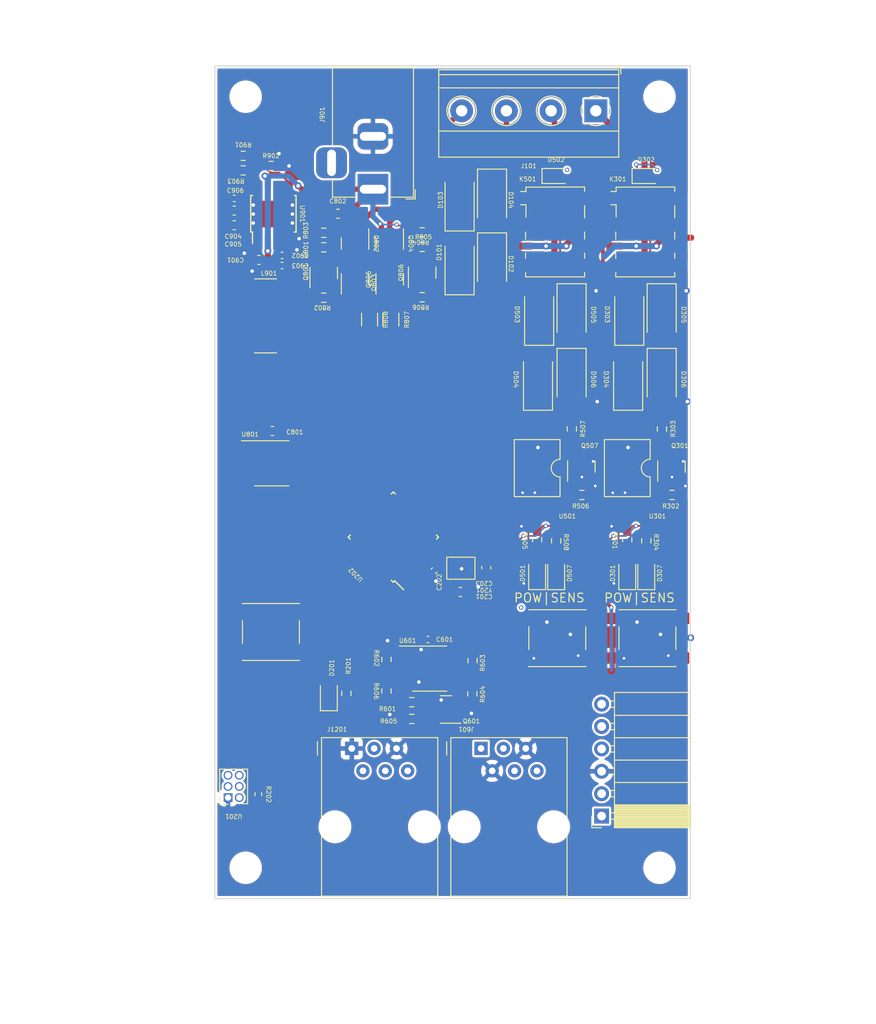
<source format=kicad_pcb>
(kicad_pcb (version 20221018) (generator pcbnew)
  (layers (0 "F.Cu" signal) (31 "B.Cu" signal) (34 "B.Paste" user) (35 "F.Paste" user) (36 "B.SilkS" user "B.Silkscreen") (37 "F.SilkS" user "F.Silkscreen") (38 "B.Mask" user) (39 "F.Mask" user) (44 "Edge.Cuts" user))
  (net 0 "")
  (net 1 "GND")
  (net 2 "/CPU/X1")
  (net 3 "+5V")
  (net 4 "/CPU/X2")
  (net 5 "Net-(D201-A)")
  (net 6 "/CPU/LED")
  (net 7 "Net-(D301-A)")
  (net 8 "Net-(D302-A)")
  (net 9 "Net-(D303-K)")
  (net 10 "/relay1/TRACK")
  (net 11 "Net-(D304-K)")
  (net 12 "Net-(D305-A)")
  (net 13 "/CPU/relay1.sensor")
  (net 14 "Net-(D307-A)")
  (net 15 "Net-(D501-A)")
  (net 16 "Net-(D502-A)")
  (net 17 "Net-(D503-K)")
  (net 18 "/relay2/TRACK")
  (net 19 "Net-(D504-K)")
  (net 20 "Net-(D505-A)")
  (net 21 "/CPU/relay2.sensor")
  (net 22 "Net-(D507-A)")
  (net 23 "VCC")
  (net 24 "Net-(U901-BS)")
  (net 25 "Net-(U901-SW)")
  (net 26 "/PWM/OUT_B")
  (net 27 "Net-(D101-A)")
  (net 29 "Net-(D102-K)")
  (net 30 "Net-(D103-A)")
  (net 31 "/PWM/OUT_A")
  (net 32 "Net-(Q601-C)")
  (net 33 "Net-(Q507-B)")
  (net 34 "Net-(Q801-B)")
  (net 35 "Net-(Q801-C)")
  (net 36 "Net-(Q804-G)")
  (net 37 "Net-(Q806-B)")
  (net 38 "Net-(R507-Pad2)")
  (net 39 "Net-(U601-+)")
  (net 40 "Net-(U601--)")
  (net 49 "Net-(U901-FB)")
  (net 50 "/CPU/Lnet.Rx")
  (net 51 "/CPU/Lnet.Tx")
  (net 52 "Net-(Q301-B)")
  (net 53 "Net-(Q601-B)")
  (net 54 "/CPU/reset")
  (net 55 "/CPU/relay1.relay")
  (net 56 "Net-(R303-Pad2)")
  (net 57 "/CPU/relay2.relay")
  (net 58 "/CPU/SDA")
  (net 59 "/CPU/SCL")
  (net 60 "/CPU/relay1.add")
  (net 61 "/CPU/relay2.add")
  (net 64 "/CPU/MISO")
  (net 69 "/B2B/Tx")
  (net 70 "/B2B/Rx")
  (net 71 "/CPU/throttle")
  (net 72 "/CPU/brake")
  (net 73 "/CPU/dir")
  (net 74 "/CPU/CS")
  (net 75 "/CPU/A")
  (net 76 "/CPU/B")
  (footprint "Diode_SMD:D_SMA" (layer "F.Cu") (at 232.25 53.237 -90)
    (fp_text reference "D305")
    (fp_text value "SS53")
  )
  (footprint "custom_kicad_lib_sk:tactile_SMD_6mm" (layer "F.Cu") (at 187.871 89.245)
    (fp_text reference "SW201" hide)
    (fp_text value "SW_Push")
  )
  (footprint "custom_kicad_lib_sk:RJ12" (layer "F.Cu") (at 211.73 102.46)
    (fp_text reference "J601")
    (fp_text value "RJ12")
  )
  (footprint "Diode_SMD:D_SMA" (layer "F.Cu") (at 222.014001 53.237 -90)
    (fp_text reference "D505")
    (fp_text value "SS53")
  )
  (footprint "Package_TO_SOT_SMD:SOT-23" (layer "F.Cu") (at 201.361 49.2275 90)
    (fp_text reference "Q805")
    (fp_text value "N-channel")
  )
  (footprint "Diode_SMD:D_SMA" (layer "F.Cu") (at 228.567 53.205 90)
    (fp_text reference "D303")
    (fp_text value "SS53")
  )
  (footprint "TerminalBlock_Phoenix:TerminalBlock_Phoenix_MKDS-1,5-4-5.08_1x04_P5.08mm_Horizontal" (layer "F.Cu") (at 224.7715 30.1 180)
    (fp_text reference "J101")
    (fp_text value "Screw_Terminal_01x04")
  )
  (footprint "Capacitor_SMD:C_0402_1005Metric" (layer "F.Cu") (at 206.394486 82.286106 -135)
    (fp_text reference "C202")
    (fp_text value "100nF")
  )
  (footprint "custom_kicad_lib_sk:R_0603_smalltext" (layer "F.Cu") (at 200.988 95.938 -90)
    (fp_text reference "R606")
    (fp_text value "220k")
  )
  (footprint "custom_kicad_lib_sk:R_0603_smalltext" (layer "F.Cu") (at 200.988 92.3585 90)
    (fp_text reference "R602")
    (fp_text value "150k")
  )
  (footprint "Capacitor_SMD:C_0603_1608Metric" (layer "F.Cu") (at 183.706 41.419183)
    (fp_text reference "C904")
    (fp_text value "22uF")
  )
  (footprint "custom_kicad_lib_sk:R_0603_smalltext" (layer "F.Cu") (at 205.044 51.2595 180)
    (fp_text reference "R806")
    (fp_text value "1k")
  )
  (footprint "Capacitor_SMD:C_0603_1608Metric_Pad1.08x0.95mm_HandSolder" (layer "F.Cu") (at 195.4795 41.783)
    (fp_text reference "C802")
    (fp_text value "100nF")
  )
  (footprint "Package_QFP:TQFP-32_7x7mm_P0.8mm" (layer "F.Cu") (at 201.770897 78.476695 135)
    (fp_text reference "U202")
    (fp_text value "ATmega328-A")
  )
  (footprint "custom_kicad_lib_sk:tactile_SMD_6mm" (layer "F.Cu") (at 230.630183 89.944)
    (fp_text reference "SW301" hide)
    (fp_text value "SW_Push")
  )
  (footprint "Resistor_SMD:R_0603_1608Metric" (layer "F.Cu") (at 184.722 36.862183 180)
    (fp_text reference "R903")
    (fp_text value "150k")
  )
  (footprint "Diode_SMD:D_SMA" (layer "F.Cu") (at 209.296 47.466 90)
    (fp_text reference "D101")
    (fp_text value "SS53")
  )
  (footprint "custom_kicad_lib_sk:R_0603_smalltext" (layer "F.Cu") (at 210.767 92.4855 -90)
    (fp_text reference "R603")
    (fp_text value "10k")
  )
  (footprint "Package_DIP:SMDIP-4_W9.53mm" (layer "F.Cu") (at 218.105001 70.647 -90)
    (fp_text reference "U501")
    (fp_text value "EL814")
  )
  (footprint "Package_TO_SOT_SMD:SOT-23" (layer "F.Cu") (at 197.424 45.1635 -90)
    (fp_text reference "Q802")
    (fp_text value "P-channel")
  )
  (footprint "Resistor_SMD:R_1206_3216Metric" (layer "F.Cu") (at 199.075 53.7995 -90)
    (fp_text reference "R808")
    (fp_text value "0R1")
  )
  (footprint "Diode_SMD:D_SMA" (layer "F.Cu") (at 222.014001 60.571 -90)
    (fp_text reference "D506")
    (fp_text value "SS53")
  )
  (footprint "Resistor_SMD:R_1206_3216Metric" (layer "F.Cu") (at 201.488 53.7995 -90)
    (fp_text reference "R807")
    (fp_text value "0R1")
  )
  (footprint "Diode_SMD:D_SMA" (layer "F.Cu") (at 218.204001 60.571 90)
    (fp_text reference "D504")
    (fp_text value "SS53")
  )
  (footprint "custom_kicad_lib_sk:R_0603_smalltext" (layer "F.Cu") (at 232.278 66.202 -90)
    (fp_text reference "R303")
    (fp_text value "47R")
  )
  (footprint "Package_TO_SOT_SMD:SOT-23" (layer "F.Cu") (at 205.044 48.4655 90)
    (fp_text reference "Q806")
    (fp_text value "NPN_TOR")
  )
  (footprint "LED_SMD:LED_0805_2012Metric_Pad1.15x1.40mm_HandSolder" (layer "F.Cu") (at 230.5 82.585 90)
    (fp_text reference "D307")
    (fp_text value "LED")
  )
  (footprint "Diode_SMD:D_SMA" (layer "F.Cu") (at 212.979 40.227 -90)
    (fp_text reference "D104")
    (fp_text value "SS53")
  )
  (footprint "custom_kicad_lib_sk:R_0603_smalltext" (layer "F.Cu") (at 193.868 45.593)
    (fp_text reference "R801")
    (fp_text value "15k")
  )
  (footprint "Capacitor_SMD:C_0603_1608Metric" (layer "F.Cu") (at 188.045 66.438)
    (fp_text reference "C801")
    (fp_text value "100nF")
  )
  (footprint "Package_TO_SOT_SMD:SOT-23" (layer "F.Cu") (at 201.361 45.1635 -90)
    (fp_text reference "Q804")
    (fp_text value "P-channel")
  )
  (footprint "Connector_BarrelJack:BarrelJack_Horizontal" (layer "F.Cu") (at 199.4575 39 -90)
    (fp_text reference "J901")
    (fp_text value "Jack-DC")
  )
  (footprint "Capacitor_SMD:C_0603_1608Metric" (layer "F.Cu") (at 212.321897 81.946695 90)
    (fp_text reference "C203")
    (fp_text value "12pF")
  )
  (footprint "custom_kicad_lib_sk:R_0603_smalltext" (layer "F.Cu") (at 203.867 97.208 180)
    (fp_text reference "R601")
    (fp_text value "47k")
  )
  (footprint "Diode_SMD:D_SMA" (layer "F.Cu") (at 232.25 60.571 -90)
    (fp_text reference "D306")
    (fp_text value "SS53")
  )
  (footprint "custom_kicad_lib_sk:R_0603_smalltext" (layer "F.Cu") (at 228.341 78.766 -90)
    (fp_text reference "R301")
    (fp_text value "3k3")
  )
  (footprint "Package_SO:SOP-8_3.9x4.9mm_P1.27mm" (layer "F.Cu") (at 205.899 93.398)
    (fp_text reference "U601")
    (fp_text value "LM311")
  )
  (footprint "LED_SMD:LED_0805_2012Metric_Pad1.15x1.40mm_HandSolder" (layer "F.Cu") (at 220.264 82.585 90)
    (fp_text reference "D507")
    (fp_text value "LED")
  )
  (footprint "Diode_SMD:D_SMA" (layer "F.Cu") (at 212.979 47.466 -90)
    (fp_text reference "D102")
    (fp_text value "SS53")
  )
  (footprint "custom_kicad_lib_sk:R_0603_smalltext" (layer "F.Cu") (at 218.105001 78.766 -90)
    (fp_text reference "R505")
    (fp_text value "3k3")
  )
  (footprint "Package_SO:SOIC-8_3.9x4.9mm_P1.27mm" (layer "F.Cu") (at 187.96 70.104)
    (fp_text reference "U801")
    (fp_text value "24LC256")
  )
  (footprint "Relay_SMD:Relay_DPDT_Omron_G6K-2F-Y" (layer "F.Cu") (at 230.373 43.85)
    (fp_text reference "K301")
    (fp_text value "G6K-2F-Y-TR DC12")
  )
  (footprint "MountingHole:MountingHole_3.2mm_M3" (layer "F.Cu") (at 185 28.5)
    (fp_text reference "REF**" hide)
    (fp_text value "MountingHole_3.2mm_M3")
  )
  (footprint "Package_TO_SOT_SMD:SOT-23" (layer "F.Cu") (at 193.868 48.514 90)
    (fp_text reference "Q801")
    (fp_text value "NPN_TOR")
  )
  (footprint "Resistor_SMD:R_0402_1005Metric_Pad0.72x0.64mm_HandSolder" (layer "F.Cu") (at 186.439 107.654 -90)
    (fp_text reference "R202")
    (fp_text value "10k")
  )
  (footprint "MountingHole:MountingHole_3.2mm_M3" (layer "F.Cu") (at 185 116)
    (fp_text reference "REF**" hide)
    (fp_text value "MountingHole_3.2mm_M3")
  )
  (footprint "Capacitor_SMD:C_0402_1005Metric" (layer "F.Cu") (at 189.139 46.514183)
    (fp_text reference "C902")
    (fp_text value "100nF")
  )
  (footprint "Capacitor_SMD:C_0402_1005Metric" (layer "F.Cu") (at 189.139 47.657183)
    (fp_text reference "C903")
    (fp_text value "22nF")
  )
  (footprint "Diode_SMD:D_SMA" (layer "F.Cu") (at 218.331001 53.205 90)
    (fp_text reference "D503")
    (fp_text value "SS53")
  )
  (footprint "Package_TO_SOT_SMD:SOT-23" (layer "F.Cu") (at 223.124001 70.471501 90)
    (fp_text reference "Q507")
    (fp_text value "NPN_TOR")
  )
  (footprint "Capacitor_SMD:C_0402_1005Metric" (layer "F.Cu") (at 183.708 40.037183)
    (fp_text reference "C906")
    (fp_text value "100nF")
  )
  (footprint "Package_DIP:SMDIP-4_W9.53mm" (layer "F.Cu") (at 228.341 70.647 -90)
    (fp_text reference "U301")
    (fp_text value "EL814")
  )
  (footprint "Resistor_SMD:R_0603_1608Metric_Pad0.98x0.95mm_HandSolder" (layer "F.Cu") (at 196.438 96.207908 90)
    (fp_text reference "R201")
    (fp_text value "6k2")
  )
  (footprint "Relay_SMD:Relay_DPDT_Omron_G6K-2F-Y" (layer "F.Cu") (at 220.137001 43.85)
    (fp_text reference "K501")
    (fp_text value "G6K-2F-Y-TR DC12")
  )
  (footprint "Inductor_SMD:L_Bourns-SRN8040_8x8.15mm" (layer "F.Cu") (at 187.262 53.372183 180)
    (fp_text reference "L901")
    (fp_text value "L")
  )
  (footprint "custom_kicad_lib_sk:R_0603_smalltext" (layer "F.Cu") (at 233.421 73.695 180)
    (fp_text reference "R302")
    (fp_text value "1k")
  )
  (footprint "LED_SMD:LED_0805_2012Metric_Pad1.15x1.40mm_HandSolder" (layer "F.Cu") (at 194.447 96.318408 90)
    (fp_text reference "D201")
    (fp_text value "LED")
  )
  (footprint "custom_kicad_lib_sk:crystal_arduino" (layer "F.Cu") (at 209.493897 81.787695)
    (fp_text reference "Y201")
    (fp_text value "Crystal_GND2")
  )
  (footprint "custom_kicad_lib_sk:R_0603_smalltext" (layer "F.Cu") (at 230.5 78.902 -90)
    (fp_text reference "R304")
    (fp_text value "3k3")
  )
  (footprint "custom_kicad_lib_sk:R_0603_smalltext" (layer "F.Cu") (at 203.867 99.113 180)
    (fp_text reference "R605")
    (fp_text value "1k")
  )
  (footprint "custom_kicad_lib_sk:R_0603_smalltext" (layer "F.Cu") (at 210.739 96.2655 90)
    (fp_text reference "R604")
    (fp_text value "22k")
  )
  (footprint "Diode_SMD:D_SOD-323" (layer "F.Cu") (at 220.264001 37.5)
    (fp_text reference "D502")
    (fp_text value "1N4148WS")
  )
  (footprint "Connector_PinSocket_1.27mm:PinSocket_2x03_P1.27mm_Vertical" (layer "F.Cu") (at 183 108.04 180)
    (fp_text reference "U201")
    (fp_text value "HEADER_3x2")
  )
  (footprint "LED_SMD:LED_0805_2012Metric_Pad1.15x1.40mm_HandSolder" (layer "F.Cu") (at 218.105001 82.576 90)
    (fp_text reference "D501")
    (fp_text value "LED")
  )
  (footprint "custom_kicad_lib_sk:R_0603_smalltext" (layer "F.Cu") (at 220.264 78.902 -90)
    (fp_text reference "R508")
    (fp_text value "3k3")
  )
  (footprint "custom_kicad_lib_sk:R_0603_smalltext" (layer "F.Cu") (at 193.868 51.308 180)
    (fp_text reference "R802")
    (fp_text value "1k")
  )
  (footprint "custom_kicad_lib_sk:R_0603_smalltext" (layer "F.Cu") (at 205.044 45.5445)
    (fp_text reference "R805")
    (fp_text value "15k")
  )
  (footprint "Diode_SMD:D_SMA" (layer "F.Cu") (at 209.296 40.227 90)
    (fp_text reference "D103")
    (fp_text value "SS53")
  )
  (footprint "custom_kicad_lib_sk:R_0603_smalltext" (layer "F.Cu") (at 193.868 43.942)
    (fp_text reference "R803")
    (fp_text value "10k")
  )
  (footprint "Resistor_SMD:R_0603_1608Metric" (layer "F.Cu") (at 187.897 36.354183)
    (fp_text reference "R902")
    (fp_text value "20k")
  )
  (footprint "Connector_PinSocket_2.54mm:PinSocket_1x06_P2.54mm_Horizontal" (layer "F.Cu") (at 225.428 110.131 180)
    (fp_text reference "J403" hide)
    (fp_text value "Conn_01x06_Socket")
  )
  (footprint "Resistor_SMD:R_0603_1608Metric" (layer "F.Cu") (at 184.722 35.211183)
    (fp_text reference "R901")
    (fp_text value "220k")
  )
  (footprint "Capacitor_SMD:C_0603_1608Metric" (layer "F.Cu") (at 186.5 47.022183 180)
    (fp_text reference "C901")
    (fp_text value "22uF")
  )
  (footprint "Package_TO_SOT_SMD:SOT-23" (layer "F.Cu") (at 197.424 49.2275 90)
    (fp_text reference "Q803")
    (fp_text value "N-channel")
  )
  (footprint "custom_kicad_lib_sk:R_0603_smalltext" (layer "F.Cu") (at 223.185001 73.695 180)
    (fp_text reference "R506")
    (fp_text value "1k")
  )
  (footprint "custom_kicad_lib_sk:tactile_SMD_6mm" (layer "F.Cu") (at 220.394183 89.944)
    (fp_text reference "SW501" hide)
    (fp_text value "SW_Push")
  )
  (footprint "Package_TO_SOT_SMD:SOT-23" (layer "F.Cu") (at 207.7555 98.036 180)
    (fp_text reference "Q601")
    (fp_text value "NPN_TOR")
  )
  (footprint "MountingHole:MountingHole_3.2mm_M3" (layer "F.Cu") (at 232 28.5)
    (fp_text reference "REF**" hide)
    (fp_text value "MountingHole_3.2mm_M3")
  )
  (footprint "Capacitor_SMD:C_0603_1608Metric" (layer "F.Cu") (at 183.706 43.085183)
    (fp_text reference "C905")
    (fp_text value "22uF")
  )
  (footprint "LED_SMD:LED_0805_2012Metric_Pad1.15x1.40mm_HandSolder" (layer "F.Cu") (at 228.341 82.576 90)
    (fp_text reference "D301")
    (fp_text value "LED")
  )
  (footprint "custom_kicad_lib_sk:R_0603_smalltext" (layer "F.Cu") (at 222.042001 66.202 -90)
    (fp_text reference "R507")
    (fp_text value "47R")
  )
  (footprint "Diode_SMD:D_SMA" (layer "F.Cu") (at 228.44 60.571 90)
    (fp_text reference "D304")
    (fp_text value "SS53")
  )
  (footprint "Diode_SMD:D_SOD-323" (layer "F.Cu") (at 230.5 37.5)
    (fp_text reference "D302")
    (fp_text value "1N4148WS")
  )
  (footprint "custom_kicad_lib_sk:R_0603_smalltext" (layer "F.Cu") (at 205.044 43.8935 180)
    (fp_text reference "R804")
    (fp_text value "10k")
  )
  (footprint "Package_SO:TI_SO-PowerPAD-8" (layer "F.Cu") (at 188.151 41.782683 90)
    (fp_text reference "U901")
    (fp_text value "MT2499A")
  )
  (footprint "Package_TO_SOT_SMD:SOT-23" (layer "F.Cu") (at 233.36 70.4715 90)
    (fp_text reference "Q301")
    (fp_text value "NPN_TOR")
  )
  (footprint "Capacitor_SMD:C_0402_1005Metric" (layer "F.Cu") (at 205.687 90.096 180)
    (fp_text reference "C601")
    (fp_text value "100nF")
  )
  (footprint "custom_kicad_lib_sk:RJ12" (layer "F.Cu") (at 197.05 102.46)
    (fp_text reference "J1201")
    (fp_text value "RJ12")
  )
  (footprint "MountingHole:MountingHole_3.2mm_M3" (layer "F.Cu") (at 232 116)
    (fp_text reference "REF**" hide)
    (fp_text value "MountingHole_3.2mm_M3")
  )
  (footprint "Capacitor_SMD:C_0603_1608Metric" (layer "F.Cu") (at 209.400897 84.708695 180)
    (fp_text reference "C201")
    (fp_text value "12pF")
  )
  (gr_rect (start 181.5 25) (end 235.5 119.5) (stroke (width 0.1)) (fill none) (layer "Edge.Cuts"))
  (gr_text "POW|SENS" (at 225.639183 85.961) (layer "F.SilkS") (effects (font (size 1 1) (thickness 0.125)) (justify left bottom)))
  (gr_text "POW|SENS" (at 215.403184 85.961) (layer "F.SilkS") (effects (font (size 1 1) (thickness 0.125)) (justify left bottom)))
  (segment (start 185.725 47.022183) (end 184.278 45.575183) (width 0.7) (layer "F.Cu") (net 1))
  (segment (start 184.877 41.815183) (end 184.481 41.419183) (width 1) (layer "F.Cu") (net 1))
  (segment (start 209.659897 82.073695) (end 210.543897 82.957695) (width 0.25) (layer "F.Cu") (net 1))
  (segment (start 185.865 42.831183) (end 184.735 42.831183) (width 1) (layer "F.Cu") (net 1))
  (segment (start 185.865 41.815183) (end 190.31 41.815183) (width 1) (layer "F.Cu") (net 1))
  (segment (start 185.738 47.035183) (end 185.725 47.022183) (width 0.7) (layer "F.Cu") (net 1))
  (segment (start 212.321897 82.721695) (end 210.779897 82.721695) (width 0.25) (layer "F.Cu") (net 1))
  (segment (start 210.175897 83.325695) (end 210.543897 82.957695) (width 0.25) (layer "F.Cu") (net 1))
  (segment (start 208.343897 81.057695) (end 208.643897 81.057695) (width 0.25) (layer "F.Cu") (net 1))
  (segment (start 184.278 45.575183) (end 184.278 42.196183) (width 0.7) (layer "F.Cu") (net 1))
  (segment (start 190.31 42.831183) (end 185.865 42.831183) (width 1) (layer "F.Cu") (net 1))
  (segment (start 185.04 40.799183) (end 185.865 40.799183) (width 1) (layer "F.Cu") (net 1))
  (segment (start 185.865 41.815183) (end 184.877 41.815183) (width 1) (layer "F.Cu") (net 1))
  (segment (start 210.779897 82.721695) (end 210.543897 82.957695) (width 0.25) (layer "F.Cu") (net 1))
  (segment (start 208.643897 81.057695) (end 209.527897 81.941695) (width 0.25) (layer "F.Cu") (net 1))
  (segment (start 210.175897 84.708695) (end 210.175897 83.325695) (width 0.25) (layer "F.Cu") (net 1))
  (segment (start 188.722 36.354183) (end 188.722 35.021183) (width 0.7) (layer "F.Cu") (net 1))
  (segment (start 184.278 42.882183) (end 184.278 42.196183) (width 1) (layer "F.Cu") (net 1))
  (segment (start 185.738 48.292183) (end 185.738 47.035183) (width 0.7) (layer "F.Cu") (net 1))
  (segment (start 209.527897 82.073695) (end 209.659897 82.073695) (width 0.25) (layer "F.Cu") (net 1))
  (segment (start 189.904 36.329183) (end 188.722 36.329183) (width 1) (layer "F.Cu") (net 1))
  (segment (start 184.278 40.037183) (end 185.04 40.799183) (width 1) (layer "F.Cu") (net 1))
  (segment (start 184.481 43.085183) (end 184.278 42.882183) (width 1) (layer "F.Cu") (net 1))
  (segment (start 184.735 42.831183) (end 184.481 43.085183) (width 1) (layer "F.Cu") (net 1))
  (segment (start 189.929 36.354183) (end 189.904 36.329183) (width 1) (layer "F.Cu") (net 1))
  (segment (start 184.278 42.196183) (end 184.278 40.037183) (width 1) (layer "F.Cu") (net 1))
  (segment (start 190.31 40.799183) (end 185.865 40.799183) (width 1) (layer "F.Cu") (net 1))
  (segment (start 188.722 35.021183) (end 188.786 34.957183) (width 0.7) (layer "F.Cu") (net 1))
  (segment (start 209.527897 81.941695) (end 209.527897 82.073695) (width 0.25) (layer "F.Cu") (net 1))
  (segment (start 190.056 43.085183) (end 190.31 42.831183) (width 1) (layer "F.Cu") (net 1))
  (segment (start 190.056 44.562683) (end 190.056 43.085183) (width 1) (layer "F.Cu") (net 1))
  (via (at 217.727184 92.23) (size 0.5) (drill 0.3) (layers "F.Cu" "B.Cu") (net 1))
  (via (at 189.929 36.354183) (size 0.8) (drill 0.4) (layers "F.Cu" "B.Cu") (net 1))
  (via (at 219.213184 88.12) (size 0.8) (drill 0.4) (layers "F.Cu" "B.Cu") (net 1))
  (via (at 206.606897 83.470695) (size 0.8) (drill 0.4) (layers "F.Cu" "B.Cu") (net 1))
  (via (at 185.738 48.292183) (size 0.8) (drill 0.4) (layers "F.Cu" "B.Cu") (net 1))
  (via (at 216.454001 73.441) (size 0.5) (drill 0.3) (layers "F.Cu" "B.Cu") (net 1))
  (via (at 235.545183 89.898) (size 0.8) (drill 0.4) (layers "F.Cu" "B.Cu") (net 1))
  (via (at 188.786 34.957183) (size 0.8) (drill 0.4) (layers "F.Cu" "B.Cu") (net 1))
  (via (at 190.31 42.831183) (size 0.8) (drill 0.4) (layers "F.Cu" "B.Cu") (net 1))
  (via (at 218.197184 68.308) (size 0.8) (drill 0.4) (layers "F.Cu" "B.Cu") (net 1))
  (via (at 209.527897 82.073695) (size 0.8) (drill 0.4) (layers "F.Cu" "B.Cu") (net 1))
  (via (at 224.455001 69.885) (size 0.5) (drill 0.3) (layers "F.Cu" "B.Cu") (net 1))
  (via (at 232.116183 89.517) (size 0.8) (drill 0.4) (layers "F.Cu" "B.Cu") (net 1))
  (via (at 185.865 41.815183) (size 0.8) (drill 0.4) (layers "F.Cu" "B.Cu") (net 1))
  (via (at 226.817 83.728) (size 0.5) (drill 0.3) (layers "F.Cu" "B.Cu") (net 1))
  (via (at 235.037183 50.528) (size 0.8) (drill 0.4) (layers "F.Cu" "B.Cu") (net 1))
  (via (at 223.185001 71.663) (size 0.5) (drill 0.3) (layers "F.Cu" "B.Cu") (net 1))
  (via (at 221.880184 89.517) (size 0.8) (drill 0.4) (layers "F.Cu" "B.Cu") (net 1))
  (via (at 191.072 44.609183) (size 0.8) (drill 0.4) (layers "F.Cu" "B.Cu") (net 1))
  (via (at 217.851001 73.441) (size 0.5) (drill 0.3) (layers "F.Cu" "B.Cu") (net 1))
  (via (at 204.925 91.239) (size 0.8) (drill 0.4) (layers "F.Cu" "B.Cu") (net 1))
  (via (at 233.005183 91.93) (size 0.5) (drill 0.3) (layers "F.Cu" "B.Cu") (net 1))
  (via (at 211.432897 84.105695) (size 0.8) (drill 0.4) (layers "F.Cu" "B.Cu") (net 1))
  (via (at 229.449183 88.12) (size 0.8) (drill 0.4) (layers "F.Cu" "B.Cu") (net 1))
  (via (at 226.563 77.251) (size 0.5) (drill 0.3) (layers "F.Cu" "B.Cu") (net 1))
  (via (at 216.581001 83.728) (size 0.5) (drill 0.3) (layers "F.Cu" "B.Cu") (net 1))
  (via (at 233.421 71.663) (size 0.5) (drill 0.3) (layers "F.Cu" "B.Cu") (net 1))
  (via (at 204.671 94.922) (size 0.8) (drill 0.4) (layers "F.Cu" "B.Cu") (net 1))
  (via (at 234.691 69.885) (size 0.5) (drill 0.3) (layers "F.Cu" "B.Cu") (net 1))
  (via (at 190.31 41.815183) (size 0.8) (drill 0.4) (layers "F.Cu" "B.Cu") (net 1))
  (via (at 185.865 42.831183) (size 0.8) (drill 0.4) (layers "F.Cu" "B.Cu") (net 1))
  (via (at 210.64 98.478) (size 0.8) (drill 0.4) (layers "F.Cu" "B.Cu") (net 1))
  (via (at 228.433183 68.308) (size 0.8) (drill 0.4) (layers "F.Cu" "B.Cu") (net 1))
  (via (at 224.928184 63.101) (size 0.8) (drill 0.4) (layers "F.Cu" "B.Cu") (net 1))
  (via (at 222.769184 91.93) (size 0.5) (drill 0.3) (layers "F.Cu" "B.Cu") (net 1))
  (via (at 207.211 96.954) (size 0.8) (drill 0.4) (layers "F.Cu" "B.Cu") (net 1))
  (via (at 190.31 40.799183) (size 0.8) (drill 0.4) (layers "F.Cu" "B.Cu") (net 1))
  (via (at 201.369 98.605) (size 0.8) (drill 0.4) (layers "F.Cu" "B.Cu") (net 1))
  (via (at 216.327001 77.251) (size 0.5) (drill 0.3) (layers "F.Cu" "B.Cu") (net 1))
  (via (at 235.164183 63.101) (size 0.8) (drill 0.4) (layers "F.Cu" "B.Cu") (net 1))
  (via (at 184.849 46.260183) (size 0.8) (drill 0.4) (layers "F.Cu" "B.Cu") (net 1))
  (via (at 227.963183 92.23) (size 0.5) (drill 0.3) (layers "F.Cu" "B.Cu") (net 1))
  (via (at 190.818 45.879183) (size 0.8) (drill 0.4) (layers "F.Cu" "B.Cu") (net 1))
  (via (at 234.945 72.679) (size 0.5) (drill 0.3) (layers "F.Cu" "B.Cu") (net 1))
  (via (at 201.115 90.223) (size 0.8) (drill 0.4) (layers "F.Cu" "B.Cu") (net 1))
  (via (at 224.709001 72.679) (size 0.5) (drill 0.3) (layers "F.Cu" "B.Cu") (net 1))
  (via (at 228.087 73.441) (size 0.5) (drill 0.3) (layers "F.Cu" "B.Cu") (net 1))
  (via (at 185.865 40.799183) (size 0.8) (drill 0.4) (layers "F.Cu" "B.Cu") (net 1))
  (via (at 226.69 73.441) (size 0.5) (drill 0.3) (layers "F.Cu" "B.Cu") (net 1))
  (via (at 224.801184 50.528) (size 0.8) (drill 0.4) (layers "F.Cu" "B.Cu") (net 1))
  (segment (start 206.190314 80.067685) (end 206.905294 80.782665) (width 0.25) (layer "F.Cu") (net 2))
  (segment (start 206.905294 81.262492) (end 208.343897 82.701095) (width 0.25) (layer "F.Cu") (net 2))
  (segment (start 206.905294 80.782665) (end 206.905294 81.262492) (width 0.25) (layer "F.Cu") (net 2))
  (segment (start 208.343897 82.701095) (end 208.343897 82.957695) (width 0.25) (layer "F.Cu") (net 2))
  (segment (start 208.625897 84.708695) (end 208.625897 83.239695) (width 0.25) (layer "F.Cu") (net 2))
  (segment (start 208.625897 83.239695) (end 208.343897 82.957695) (width 0.25) (layer "F.Cu") (net 2))
  (segment (start 205.624629 80.633371) (end 205.624629 80.837427) (width 0.25) (layer "F.Cu") (net 3))
  (segment (start 182.931 40.334183) (end 183.228 40.037183) (width 0.7) (layer "F.Cu") (net 3))
  (segment (start 205.624629 80.837427) (end 206.733897 81.946695) (width 0.25) (layer "F.Cu") (net 3))
  (segment (start 208.604 91.573) (end 208.524 91.493) (width 0.25) (layer "F.Cu") (net 3))
  (segment (start 231.097944 78.587444) (end 230.5 77.9895) (width 0.2) (layer "F.Cu") (net 3))
  (segment (start 183.897 36.862183) (end 183.897 35.211183) (width 0.7) (layer "F.Cu") (net 3))
  (segment (start 208.524 91.493) (end 207.564 91.493) (width 0.25) (layer "F.Cu") (net 3))
  (segment (start 183.362 46.170183) (end 182.944 45.752183) (width 0.7) (layer "F.Cu") (net 3))
  (segment (start 182.944 45.752183) (end 182.944 41.432183) (width 0.7) (layer "F.Cu") (net 3))
  (segment (start 182.931 41.419183) (end 182.931 40.334183) (width 0.7) (layer "F.Cu") (net 3))
  (segment (start 210.767 91.573) (end 208.604 91.573) (width 0.25) (layer "F.Cu") (net 3))
  (segment (start 207.564 91.493) (end 206.167 90.096) (width 0.25) (layer "F.Cu") (net 3))
  (segment (start 183.362 52.991183) (end 183.362 46.170183) (width 0.7) (layer "F.Cu") (net 3))
  (segment (start 183.228 37.531183) (end 183.897 36.862183) (width 0.7) (layer "F.Cu") (net 3))
  (segment (start 220.861945 78.587444) (end 220.264001 77.9895) (width 0.2) (layer "F.Cu") (net 3))
  (segment (start 183.228 40.037183) (end 183.228 37.531183) (width 0.7) (layer "F.Cu") (net 3))
  (segment (start 182.944 41.432183) (end 182.931 41.419183) (width 0.7) (layer "F.Cu") (net 3))
  (segment (start 206.756 79.502) (end 207.232305 79.025695) (width 0.25) (layer "F.Cu") (net 4))
  (segment (start 210.657897 81.171695) (end 210.543897 81.057695) (width 0.25) (layer "F.Cu") (net 4))
  (segment (start 212.321897 81.171695) (end 210.657897 81.171695) (width 0.25) (layer "F.Cu") (net 4))
  (segment (start 207.232305 79.025695) (end 207.527592 79.025695) (width 0.25) (layer "F.Cu") (net 4))
  (segment (start 208.861202 79.502) (end 210.416897 81.057695) (width 0.25) (layer "F.Cu") (net 4))
  (segment (start 208.003897 79.502) (end 208.861202 79.502) (width 0.25) (layer "F.Cu") (net 4))
  (segment (start 207.527592 79.025695) (end 208.003897 79.502) (width 0.25) (layer "F.Cu") (net 4))
  (segment (start 196.438 95.295408) (end 194.449 95.295408) (width 0.25) (layer "F.Cu") (net 5))
  (segment (start 194.449 95.295408) (end 194.447 95.293408) (width 0.25) (layer "F.Cu") (net 5))
  (segment (start 228.341 79.6785) (end 228.341 81.551) (width 0.2) (layer "F.Cu") (net 7))
  (segment (start 233.873 40.05) (end 233.449183 40.05) (width 0.2) (layer "F.Cu") (net 8))
  (segment (start 233.323183 40.05) (end 230.95 42.423183) (width 0.2) (layer "F.Cu") (net 8))
  (segment (start 230.95 47.509183) (end 233.45 50.009183) (width 0.2) (layer "F.Cu") (net 8))
  (segment (start 233.421 68.361) (end 233.421 69.473) (width 0.2) (layer "F.Cu") (net 8))
  (segment (start 233.449183 40.05) (end 231.55 38.150817) (width 0.2) (layer "F.Cu") (net 8))
  (segment (start 233.45 50.009183) (end 233.45 50.962) (width 0.2) (layer "F.Cu") (net 8))
  (segment (start 233.873 40.05) (end 233.323183 40.05) (width 0.2) (layer "F.Cu") (net 8))
  (segment (start 233.421 69.473) (end 233.36 69.534) (width 0.2) (layer "F.Cu") (net 8))
  (segment (start 231.55 38.150817) (end 231.55 37.5) (width 0.2) (layer "F.Cu") (net 8))
  (segment (start 233.85 67.932) (end 233.421 68.361) (width 0.2) (layer "F.Cu") (net 8))
  (segment (start 230.95 42.423183) (end 230.95 47.509183) (width 0.2) (layer "F.Cu") (net 8))
  (segment (start 233.45 50.962) (end 233.85 51.362) (width 0.2) (layer "F.Cu") (net 8))
  (segment (start 233.85 51.362) (end 233.85 67.932) (width 0.2) (layer "F.Cu") (net 8))
  (segment (start 228.44 58.571) (end 228.44 55.332) (width 0.7) (layer "F.Cu") (net 9))
  (segment (start 228.44 55.332) (end 228.567 55.205) (width 0.7) (layer "F.Cu") (net 9))
  (segment (start 224.791 30.1) (end 224.7715 30.1) (width 0.7) (layer "F.Cu") (net 10))
  (segment (start 228.567 51.205) (end 232.218 51.205) (width 0.7) (layer "F.Cu") (net 10))
  (segment (start 232.278 65.2895) (end 233.45 64.1175) (width 0.2) (layer "F.Cu") (net 10))
  (segment (start 230.3 35.609) (end 224.791 30.1) (width 0.7) (layer "F.Cu") (net 10))
  (segment (start 230.3 49.003) (end 230.3 35.609) (width 0.7) (layer "F.Cu") (net 10))
  (segment (start 228.567 50.736) (end 230.3 49.003) (width 0.7) (layer "F.Cu") (net 10))
  (segment (start 229.767 52.642) (end 228.567 51.442) (width 0.2) (layer "F.Cu") (net 10))
  (segment (start 233.45 61.343183) (end 232.720817 60.614) (width 0.2) (layer "F.Cu") (net 10))
  (segment (start 228.567 51.442) (end 228.567 51.205) (width 0.2) (layer "F.Cu") (net 10))
  (segment (start 232.720817 60.614) (end 231.865183 60.614) (width 0.2) (layer "F.Cu") (net 10))
  (segment (start 231.865183 60.614) (end 229.767 58.515817) (width 0.2) (layer "F.Cu") (net 10))
  (segment (start 233.45 64.1175) (end 233.45 61.343183) (width 0.2) (layer "F.Cu") (net 10))
  (segment (start 229.767 58.515817) (end 229.767 52.642) (width 0.2) (layer "F.Cu") (net 10))
  (segment (start 232.218 51.205) (end 232.25 51.237) (width 0.7) (layer "F.Cu") (net 10))
  (segment (start 228.567 51.205) (end 228.567 50.736) (width 0.7) (layer "F.Cu") (net 10))
  (segment (start 226.873 61.004) (end 226.873 47.65) (width 0.7) (layer "F.Cu") (net 11))
  (segment (start 227.071 64.297) (end 227.071 65.882) (width 0.2) (layer "F.Cu") (net 11))
  (segment (start 228.44 62.571) (end 226.873 61.004) (width 0.7) (layer "F.Cu") (net 11))
  (segment (start 228.44 62.928) (end 227.071 64.297) (width 0.2) (layer "F.Cu") (net 11))
  (segment (start 232.25 62.571) (end 228.44 62.571) (width 0.7) (layer "F.Cu") (net 11))
  (segment (start 228.44 62.571) (end 228.44 62.928) (width 0.2) (layer "F.Cu") (net 11))
  (segment (start 232.25 58.571) (end 232.25 55.237) (width 0.7) (layer "F.Cu") (net 12))
  (segment (start 229.418 75.412) (end 227.341 77.489) (width 0.2) (layer "F.Cu") (net 13))
  (segment (start 227.341 82.103817) (end 227.963183 82.726) (width 0.2) (layer "F.Cu") (net 13))
  (segment (start 227.963183 82.726) (end 229.616 82.726) (width 0.2) (layer "F.Cu") (net 13))
  (segment (start 230.767026 83.877026) (end 230.767026 90.592471) (width 0.2) (layer "F.Cu") (net 13))
  (segment (start 230.5 83.61) (end 230.767026 83.877026) (width 0.2) (layer "F.Cu") (net 13))
  (segment (start 227.341 77.489) (end 227.341 82.103817) (width 0.2) (layer "F.Cu") (net 13))
  (segment (start 229.611 75.412) (end 229.418 75.412) (width 0.2) (layer "F.Cu") (net 13))
  (segment (start 229.616 82.726) (end 230.5 83.61) (width 0.2) (layer "F.Cu") (net 13))
  (segment (start 230.5 81.56) (end 230.5 79.8145) (width 0.2) (layer "F.Cu") (net 14))
  (segment (start 218.105001 79.6785) (end 218.105001 81.551) (width 0.2) (layer "F.Cu") (net 15))
  (segment (start 220.714001 47.509183) (end 223.214001 50.009183) (width 0.2) (layer "F.Cu") (net 16))
  (segment (start 221.314001 38.150817) (end 221.314001 37.5) (width 0.2) (layer "F.Cu") (net 16))
  (segment (start 223.213184 40.05) (end 221.314001 38.150817) (width 0.2) (layer "F.Cu") (net 16))
  (segment (start 220.714001 42.423183) (end 220.714001 47.509183) (width 0.2) (layer "F.Cu") (net 16))
  (segment (start 223.637001 40.05) (end 223.213184 40.05) (width 0.2) (layer "F.Cu") (net 16))
  (segment (start 223.614001 51.362) (end 223.614001 67.932) (width 0.2) (layer "F.Cu") (net 16))
  (segment (start 223.214001 50.962) (end 223.614001 51.362) (width 0.2) (layer "F.Cu") (net 16))
  (segment (start 223.637001 40.05) (end 223.087184 40.05) (width 0.2) (layer "F.Cu") (net 16))
  (segment (start 223.185001 68.361) (end 223.185001 69.473) (width 0.2) (layer "F.Cu") (net 16))
  (segment (start 223.214001 50.009183) (end 223.214001 50.962) (width 0.2) (layer "F.Cu") (net 16))
  (segment (start 223.185001 69.473) (end 223.124001 69.534) (width 0.2) (layer "F.Cu") (net 16))
  (segment (start 223.614001 67.932) (end 223.185001 68.361) (width 0.2) (layer "F.Cu") (net 16))
  (segment (start 223.087184 40.05) (end 220.714001 42.423183) (width 0.2) (layer "F.Cu") (net 16))
  (segment (start 218.204001 55.332) (end 218.331001 55.205) (width 0.7) (layer "F.Cu") (net 17))
  (segment (start 218.204001 58.571) (end 218.204001 55.332) (width 0.7) (layer "F.Cu") (net 17))
  (segment (start 218.331001 51.205) (end 218.331001 50.736) (width 0.7) (layer "F.Cu") (net 18))
  (segment (start 219.531001 52.642) (end 218.331001 51.442) (width 0.2) (layer "F.Cu") (net 18))
  (segment (start 223.214001 61.343183) (end 222.484818 60.614) (width 0.2) (layer "F.Cu") (net 18))
  (segment (start 222.484818 60.614) (end 221.629184 60.614) (width 0.2) (layer "F.Cu") (net 18))
  (segment (start 219.531001 58.515817) (end 219.531001 52.642) (width 0.2) (layer "F.Cu") (net 18))
  (segment (start 221.982001 51.205) (end 222.014001 51.237) (width 0.7) (layer "F.Cu") (net 18))
  (segment (start 220.064001 49.003) (end 220.064001 37.113183) (width 0.7) (layer "F.Cu") (net 18))
  (segment (start 223.214001 64.1175) (end 223.214001 61.343183) (width 0.2) (layer "F.Cu") (net 18))
  (segment (start 218.331001 50.736) (end 220.064001 49.003) (width 0.7) (layer "F.Cu") (net 18))
  (segment (start 218.331001 51.205) (end 221.982001 51.205) (width 0.7) (layer "F.Cu") (net 18))
  (segment (start 222.042001 65.2895) (end 223.214001 64.1175) (width 0.2) (layer "F.Cu") (net 18))
  (segment (start 221.629184 60.614) (end 219.531001 58.515817) (width 0.2) (layer "F.Cu") (net 18))
  (segment (start 218.331001 51.442) (end 218.331001 51.205) (width 0.2) (layer "F.Cu") (net 18))
  (segment (start 220.064001 30.472501) (end 220.064001 37.113183) (width 0.6) (layer "F.Cu") (net 18))
  (segment (start 219.6915 30.1) (end 220.064001 30.472501) (width 0.6) (layer "F.Cu") (net 18))
  (segment (start 218.204001 62.571) (end 218.204001 62.928) (width 0.2) (layer "F.Cu") (net 19))
  (segment (start 216.637001 61.004) (end 216.637001 47.65) (width 0.7) (layer "F.Cu") (net 19))
  (segment (start 222.014001 62.571) (end 218.204001 62.571) (width 0.7) (layer "F.Cu") (net 19))
  (segment (start 218.204001 62.928) (end 216.835001 64.297) (width 0.2) (layer "F.Cu") (net 19))
  (segment (start 216.835001 64.297) (end 216.835001 65.882) (width 0.2) (layer "F.Cu") (net 19))
  (segment (start 218.204001 62.571) (end 216.637001 61.004) (width 0.7) (layer "F.Cu") (net 19))
  (segment (start 222.014001 58.571) (end 222.014001 55.237) (width 0.7) (layer "F.Cu") (net 20))
  (segment (start 217.727184 82.726) (end 219.380001 82.726) (width 0.2) (layer "F.Cu") (net 21))
  (segment (start 219.182001 75.412) (end 217.105001 77.489) (width 0.2) (layer "F.Cu") (net 21))
  (segment (start 220.264001 83.61) (end 220.531027 83.877026) (width 0.2) (layer "F.Cu") (net 21))
  (segment (start 217.105001 77.489) (end 217.105001 82.103817) (width 0.2) (layer "F.Cu") (net 21))
  (segment (start 220.531027 83.877026) (end 220.531027 90.592471) (width 0.2) (layer "F.Cu") (net 21))
  (segment (start 219.375001 75.412) (end 219.182001 75.412) (width 0.2) (layer "F.Cu") (net 21))
  (segment (start 217.105001 82.103817) (end 217.727184 82.726) (width 0.2) (layer "F.Cu") (net 21))
  (segment (start 219.380001 82.726) (end 220.264001 83.61) (width 0.2) (layer "F.Cu") (net 21))
  (segment (start 220.264001 81.56) (end 220.264001 79.8145) (width 0.2) (layer "F.Cu") (net 22))
  (segment (start 190.960502 38.608) (end 191.352502 39) (width 0.6) (layer "F.Cu") (net 23))
  (segment (start 200.411 43.058) (end 200.279 42.926) (width 0.6) (layer "F.Cu") (net 23))
  (segment (start 194.958 43.167) (end 196.342 41.783) (width 0.2) (layer "F.Cu") (net 23))
  (segment (start 192.9555 43.942) (end 193.7305 43.167) (width 0.2) (layer "F.Cu") (net 23))
  (segment (start 219.187001 37.5) (end 216.637001 40.05) (width 0.2) (layer "F.Cu") (net 23))
  (segment (start 187.516 46.781183) (end 187.275 47.022183) (width 0.7) (layer "F.Cu") (net 23))
  (segment (start 205.9565 43.8935) (end 205.1815 43.1185) (width 0.2) (layer "F.Cu") (net 23))
  (segment (start 219.214001 37.5) (end 219.187001 37.5) (width 0.2) (layer "F.Cu") (net 23))
  (segment (start 226.528183 86.469) (end 225.572183 85.513) (width 0.4) (layer "F.Cu") (net 23))
  (segment (start 193.7305 43.167) (end 194.958 43.167) (width 0.2) (layer "F.Cu") (net 23))
  (segment (start 219.214001 37.5) (end 219.214001 36.832519) (width 0.2) (layer "F.Cu") (net 23))
  (segment (start 229.45 36.283) (end 229.45 37.5) (width 0.2) (layer "F.Cu") (net 23))
  (segment (start 229.45 37.5) (end 229.423 37.5) (width 0.2) (layer "F.Cu") (net 23))
  (segment (start 196.6745 41.783) (end 199.4575 39) (width 0.6) (layer "F.Cu") (net 23))
  (segment (start 205.1815 43.1185) (end 202.2495 43.1185) (width 0.2) (layer "F.Cu") (net 23))
  (segment (start 202.2495 43.1185) (end 202.142477 43.011477) (width 0.2) (layer "F.Cu") (net 23))
  (segment (start 229.423 37.5) (end 226.873 40.05) (width 0.2) (layer "F.Cu") (net 23))
  (segment (start 225.572183 41.350817) (end 226.873 40.05) (width 0.4) (layer "F.Cu") (net 23))
  (segment (start 200.411 44.226) (end 200.411 43.058) (width 0.6) (layer "F.Cu") (net 23))
  (segment (start 229.362 36.195) (end 229.45 36.283) (width 0.2) (layer "F.Cu") (net 23))
  (segment (start 196.474 44.226) (end 196.474 41.915) (width 0.6) (layer "F.Cu") (net 23))
  (segment (start 187.19195 37.498733) (end 187.516 37.822783) (width 0.7) (layer "F.Cu") (net 23))
  (segment (start 191.352502 39) (end 199.4575 39) (width 0.6) (layer "F.Cu") (net 23))
  (segment (start 225.572183 85.513) (end 225.572183 41.350817) (width 0.4) (layer "F.Cu") (net 23))
  (segment (start 196.474 41.915) (end 196.342 41.783) (width 0.6) (layer "F.Cu") (net 23))
  (segment (start 196.342 41.783) (end 196.6745 41.783) (width 0.6) (layer "F.Cu") (net 23))
  (segment (start 187.516 37.822783) (end 187.516 39.002683) (width 0.7) (layer "F.Cu") (net 23))
  (segment (start 187.516 46.006183) (end 187.516 46.781183) (width 0.7) (layer "F.Cu") (net 23))
  (segment (start 187.516 44.562683) (end 187.516 46.006183) (width 0.7) (layer "F.Cu") (net 23))
  (via (at 221.497517 36.810333) (size 0.5) (drill 0.3) (layers "F.Cu" "B.Cu") (net 23))
  (via (at 190.960502 38.608) (size 0.8) (drill 0.4) (layers "F.Cu" "B.Cu") (net 23))
  (via (at 187.19195 37.498733) (size 0.8) (drill 0.4) (layers "F.Cu" "B.Cu") (net 23))
  (via (at 226.528183 86.469) (size 0.5) (drill 0.3) (layers "F.Cu" "B.Cu") (net 23))
  (via (at 200.279 42.926) (size 0.5) (drill 0.3) (layers "F.Cu" "B.Cu") (net 23))
  (via (at 216.292184 86.469) (size 0.5) (drill 0.3) (layers "F.Cu" "B.Cu") (net 23))
  (via (at 187.516 46.006183) (size 0.8) (drill 0.4) (layers "F.Cu" "B.Cu") (net 23))
  (via (at 231.733516 36.810333) (size 0.5) (drill 0.3) (layers "F.Cu" "B.Cu") (net 23))
  (via (at 229.362 36.195) (size 0.5) (drill 0.3) (layers "F.Cu" "B.Cu") (net 23))
  (via (at 202.142477 43.011477) (size 0.5) (drill 0.3) (layers "F.Cu" "B.Cu") (net 23))
  (segment (start 229.362 36.195) (end 231.118183 36.195) (width 0.2) (layer "B.Cu") (net 23))
  (segment (start 187.516 37.822783) (end 187.19195 37.498733) (width 0.7) (layer "B.Cu") (net 23))
  (segment (start 226.528183 86.469) (end 226.528183 93.581) (width 0.4) (layer "B.Cu") (net 23))
  (segment (start 199.4575 42.1045) (end 200.279 42.926) (width 0.6) (layer "B.Cu") (net 23))
  (segment (start 189.851235 37.498733) (end 190.960502 38.608) (width 0.6) (layer "B.Cu") (net 23))
  (segment (start 200.279 42.926) (end 200.364477 43.011477) (width 0.2) (layer "B.Cu") (net 23))
  (segment (start 231.118183 36.195) (end 231.733516 36.810333) (width 0.2) (layer "B.Cu") (net 23))
  (segment (start 187.19195 37.498733) (end 189.851235 37.498733) (width 0.6) (layer "B.Cu") (net 23))
  (segment (start 199.4575 39) (end 199.4575 42.1045) (width 0.6) (layer "B.Cu") (net 23))
  (segment (start 200.364477 43.011477) (end 202.142477 43.011477) (width 0.2) (layer "B.Cu") (net 23))
  (segment (start 187.516 46.006183) (end 187.516 37.822783) (width 0.7) (layer "B.Cu") (net 23))
  (segment (start 186.246 44.562683) (end 186.246 45.879183) (width 0.25) (layer "F.Cu") (net 24))
  (segment (start 188.659 47.657183) (end 188.494 47.822183) (width 0.25) (layer "F.Cu") (net 24))
  (segment (start 186.246 45.879183) (end 186.5 46.133183) (width 0.25) (layer "F.Cu") (net 24))
  (segment (start 186.5 47.5) (end 186.5 46.133183) (width 0.25) (layer "F.Cu") (net 24))
  (segment (start 188.494 47.822183) (end 186.822183 47.822183) (width 0.25) (layer "F.Cu") (net 24))
  (segment (start 186.822183 47.822183) (end 186.5 47.5) (width 0.25) (layer "F.Cu") (net 24))
  (segment (start 188.659 47.657183) (end 188.659 46.514183) (width 0.25) (layer "F.Cu") (net 24))
  (segment (start 189.619 47.657183) (end 189.619 50.776183) (width 0.7) (layer "F.Cu") (net 25))
  (segment (start 188.786 44.562683) (end 188.786 45.355376) (width 0.7) (layer "F.Cu") (net 25))
  (segment (start 189.619 46.188376) (end 189.619 46.514183) (width 0.7) (layer "F.Cu") (net 25))
  (segment (start 188.786 45.355376) (end 189.619 46.188376) (width 0.7) (layer "F.Cu") (net 25))
  (segment (start 189.619 46.514183) (end 189.619 47.657183) (width 0.7) (layer "F.Cu") (net 25))
  (segment (start 231.6495 45.2735) (end 232.423 44.5) (width 0.7) (layer "F.Cu") (net 26))
  (segment (start 216.637001 45.45) (end 219.112501 45.45) (width 0.7) (layer "F.Cu") (net 26))
  (segment (start 207.896 43.812) (end 207.896 47.749) (width 0.6) (layer "F.Cu") (net 26))
  (segment (start 232.423 44.5) (end 235.599091 44.5) (width 0.7) (layer "F.Cu") (net 26))
  (segment (start 201.361 42.733) (end 201.93 42.164) (width 0.6) (layer "F.Cu") (net 26))
  (segment (start 219.112501 45.45) (end 219.114501 45.448) (width 0.7) (layer "F.Cu") (net 26))
  (segment (start 201.361 46.101) (end 201.361 42.733) (width 0.6) (layer "F.Cu") (net 26))
  (segment (start 206.248 42.164) (end 207.896 43.812) (width 0.6) (layer "F.Cu") (net 26))
  (segment (start 226.873 45.45) (end 229.3485 45.45) (width 0.7) (layer "F.Cu") (net 26))
  (segment (start 231.6495 45.448) (end 231.6495 45.2735) (width 0.7) (layer "F.Cu") (net 26))
  (segment (start 207.896 47.749) (end 209.296 49.149) (width 0.6) (layer "F.Cu") (net 26))
  (segment (start 209.296 49.149) (end 209.296 49.466) (width 0.6) (layer "F.Cu") (net 26))
  (segment (start 201.361 48.29) (end 201.361 46.101) (width 0.6) (layer "F.Cu") (net 26))
  (segment (start 229.3485 45.45) (end 229.3505 45.448) (width 0.7) (layer "F.Cu") (net 26))
  (segment (start 201.93 42.164) (end 206.248 42.164) (width 0.6) (layer "F.Cu") (net 26))
  (segment (start 209.296 49.466) (end 212.979 49.466) (width 0.6) (layer "F.Cu") (net 26))
  (segment (start 221.413501 45.448) (end 221.413501 45.2735) (width 0.7) (layer "F.Cu") (net 26))
  (segment (start 221.413501 45.2735) (end 222.187001 44.5) (width 0.7) (layer "F.Cu") (net 26))
  (via (at 229.3505 45.448) (size 0.8) (drill 0.4) (layers "F.Cu" "B.Cu") (net 26))
  (via (at 231.6495 45.448) (size 0.8) (drill 0.4) (layers "F.Cu" "B.Cu") (net 26))
  (via (at 221.413501 45.448) (size 0.8) (drill 0.4) (layers "F.Cu" "B.Cu") (net 26))
  (via (at 219.114501 45.448) (size 0.8) (drill 0.4) (layers "F.Cu" "B.Cu") (net 26))
  (segment (start 225.722183 46.635) (end 226.909183 45.448) (width 0.7) (layer "B.Cu") (net 26))
  (segment (start 219.114501 45.448) (end 221.413501 45.448) (width 0.7) (layer "B.Cu") (net 26))
  (segment (start 226.909183 45.448) (end 229.3505 45.448) (width 0.7) (layer "B.Cu") (net 26))
  (segment (start 216.673184 45.448) (end 219.114501 45.448) (width 0.7) (layer "B.Cu") (net 26))
  (segment (start 229.3505 45.448) (end 231.6495 45.448) (width 0.7) (layer "B.Cu") (net 26))
  (segment (start 209.296 42.227) (end 209.296 45.466) (width 0.6) (layer "F.Cu") (net 27))
  (segment (start 212.979 45.466) (end 212.979 42.227) (width 0.6) (layer "F.Cu") (net 29))
  (segment (start 214.6115 36.5945) (end 214.6115 30.1) (width 0.6) (layer "F.Cu") (net 30))
  (segment (start 212.979 38.227) (end 214.6115 36.5945) (width 0.6) (layer "F.Cu") (net 30))
  (segment (start 212.979 38.227) (end 209.296 38.227) (width 0.6) (layer "F.Cu") (net 30))
  (segment (start 197.424 48.29) (end 197.424 46.101) (width 0.6) (layer "F.Cu") (net 31))
  (segment (start 207.896 39.875) (end 207.896 31.7355) (width 0.6) (layer "F.Cu") (net 31))
  (segment (start 207.899 39.878) (end 207.896 39.875) (width 0.6) (layer "F.Cu") (net 31))
  (segment (start 197.424 46.101) (end 197.424 43.519261) (width 0.6) (layer "F.Cu") (net 31))
  (segment (start 207.896 31.7355) (end 209.5315 30.1) (width 0.6) (layer "F.Cu") (net 31))
  (segment (start 206.502 41.275) (end 207.899 39.878) (width 0.6) (layer "F.Cu") (net 31))
  (segment (start 197.424 43.519261) (end 199.668261 41.275) (width 0.6) (layer "F.Cu") (net 31))
  (segment (start 199.668261 41.275) (end 206.502 41.275) (width 0.6) (layer "F.Cu") (net 31))
  (segment (start 206.818 98.036) (end 205.6075 98.036) (width 0.25) (layer "F.Cu") (net 32))
  (segment (start 205.6075 98.036) (end 204.7795 97.208) (width 0.25) (layer "F.Cu") (net 32))
  (segment (start 222.174001 71.409) (end 222.174001 73.5965) (width 0.2) (layer "F.Cu") (net 33))
  (segment (start 222.174001 73.5965) (end 222.272501 73.695) (width 0.2) (layer "F.Cu") (net 33))
  (segment (start 198.374 44.226) (end 198.374 48.713896) (width 0.2) (layer "F.Cu") (net 35))
  (segment (start 194.7805 45.593) (end 194.7805 43.942) (width 0.2) (layer "F.Cu") (net 35))
  (segment (start 193.868 47.5765) (end 195.519 47.5765) (width 0.2) (layer "F.Cu") (net 35))
  (segment (start 193.868 47.5765) (end 193.868 46.3785) (width 0.2) (layer "F.Cu") (net 35))
  (segment (start 196.922896 50.165) (end 196.474 50.165) (width 0.2) (layer "F.Cu") (net 35))
  (segment (start 195.519 47.5765) (end 196.474 48.5315) (width 0.2) (layer "F.Cu") (net 35))
  (segment (start 196.474 48.5315) (end 196.474 50.165) (width 0.2) (layer "F.Cu") (net 35))
  (segment (start 198.374 48.713896) (end 196.922896 50.165) (width 0.2) (layer "F.Cu") (net 35))
  (segment (start 193.868 46.3785) (end 194.6535 45.593) (width 0.2) (layer "F.Cu") (net 35))
  (segment (start 203.799 44.226) (end 204.1315 43.8935) (width 0.2) (layer "F.Cu") (net 36))
  (segment (start 202.311 44.226) (end 203.799 44.226) (width 0.2) (layer "F.Cu") (net 36))
  (segment (start 205.044 46.457) (end 204.1315 45.5445) (width 0.2) (layer "F.Cu") (net 36))
  (segment (start 205.044 47.528) (end 205.044 46.457) (width 0.2) (layer "F.Cu") (net 36))
  (segment (start 200.411 50.165) (end 200.937104 50.165) (width 0.2) (layer "F.Cu") (net 36))
  (segment (start 203.574104 47.528) (end 205.044 47.528) (width 0.2) (layer "F.Cu") (net 36))
  (segment (start 204.1315 45.5445) (end 204.1315 43.8935) (width 0.2) (layer "F.Cu") (net 36))
  (segment (start 200.937104 50.165) (end 203.574104 47.528) (width 0.2) (layer "F.Cu") (net 36))
  (segment (start 204.094 49.8015) (end 204.094 49.403) (width 0.2) (layer "F.Cu") (net 37))
  (segment (start 205.552 51.2595) (end 204.094 49.8015) (width 0.2) (layer "F.Cu") (net 37))
  (segment (start 205.9565 51.2595) (end 205.552 51.2595) (width 0.2) (layer "F.Cu") (net 37))
  (segment (start 220.809501 65.882) (end 219.375001 65.882) (width 0.2) (layer "F.Cu") (net 38))
  (segment (start 222.042001 67.1145) (end 220.809501 65.882) (width 0.2) (layer "F.Cu") (net 38))
  (segment (start 200.988 95.0255) (end 200.988 95.2415) (width 0.25) (layer "F.Cu") (net 39))
  (segment (start 203.274 92.763) (end 201.496 92.763) (width 0.25) (layer "F.Cu") (net 39))
  (segment (start 201.496 92.763) (end 200.988 93.271) (width 0.25) (layer "F.Cu") (net 39))
  (segment (start 200.988 95.0255) (end 200.988 93.271) (width 0.25) (layer "F.Cu") (net 39))
  (segment (start 200.988 95.2415) (end 202.9545 97.208) (width 0.25) (layer "F.Cu") (net 39))
  (segment (start 209.497 92.128) (end 210.767 93.398) (width 0.25) (layer "F.Cu") (net 40))
  (segment (start 210.767 95.325) (end 210.739 95.353) (width 0.25) (layer "F.Cu") (net 40))
  (segment (start 203.274 94.033) (end 205.757249 94.033) (width 0.25) (layer "F.Cu") (net 40))
  (segment (start 205.757249 94.033) (end 207.662249 92.128) (width 0.25) (layer "F.Cu") (net 40))
  (segment (start 210.767 93.398) (end 210.767 95.325) (width 0.25) (layer "F.Cu") (net 40))
  (segment (start 207.662249 92.128) (end 209.497 92.128) (width 0.25) (layer "F.Cu") (net 40))
  (segment (start 187.872 37.154183) (end 188.824 37.154183) (width 0.25) (layer "F.Cu") (net 49))
  (segment (start 187.072 36.354183) (end 187.872 37.154183) (width 0.25) (layer "F.Cu") (net 49))
  (segment (start 185.547 36.862183) (end 185.547 35.211183) (width 0.25) (layer "F.Cu") (net 49))
  (segment (start 186.564 36.862183) (end 187.072 36.354183) (width 0.25) (layer "F.Cu") (net 49))
  (segment (start 188.824 37.154183) (end 190.056 38.386183) (width 0.25) (layer "F.Cu") (net 49))
  (segment (start 185.547 36.862183) (end 186.564 36.862183) (width 0.25) (layer "F.Cu") (net 49))
  (segment (start 190.056 38.386183) (end 190.056 39.002683) (width 0.25) (layer "F.Cu") (net 49))
  (segment (start 202.471505 98.008) (end 203.548 98.008) (width 0.25) (layer "F.Cu") (net 50))
  (segment (start 201.314005 96.8505) (end 202.471505 98.008) (width 0.25) (layer "F.Cu") (net 50))
  (segment (start 204.328 96.408) (end 207.973 92.763) (width 0.25) (layer "F.Cu") (net 50))
  (segment (start 203.967 96.737505) (end 204.296505 96.408) (width 0.25) (layer "F.Cu") (net 50))
  (segment (start 200.988 96.8505) (end 201.314005 96.8505) (width 0.25) (layer "F.Cu") (net 50))
  (segment (start 207.973 92.763) (end 208.524 92.763) (width 0.25) (layer "F.Cu") (net 50))
  (segment (start 204.296505 96.408) (end 204.328 96.408) (width 0.25) (layer "F.Cu") (net 50))
  (segment (start 203.548 98.008) (end 203.967 97.589) (width 0.25) (layer "F.Cu") (net 50))
  (segment (start 203.967 97.589) (end 203.967 96.737505) (width 0.25) (layer "F.Cu") (net 50))
  (segment (start 232.41 71.409) (end 232.41 73.5965) (width 0.2) (layer "F.Cu") (net 52))
  (segment (start 232.41 73.5965) (end 232.5085 73.695) (width 0.2) (layer "F.Cu") (net 52))
  (segment (start 204.7795 99.113) (end 208.566 99.113) (width 0.25) (layer "F.Cu") (net 53))
  (segment (start 208.566 99.113) (end 208.693 98.986) (width 0.25) (layer "F.Cu") (net 53))
  (segment (start 226.267 85.191817) (end 227.730183 86.655) (width 0.2) (layer "F.Cu") (net 55))
  (segment (start 229.322183 77.202) (end 228.9925 77.202) (width 0.2) (layer "F.Cu") (net 55))
  (segment (start 230.8265 77.202) (end 229.322183 77.202) (width 0.2) (layer "F.Cu") (net 55))
  (segment (start 234.3335 73.695) (end 230.8265 77.202) (width 0.2) (layer "F.Cu") (net 55))
  (segment (start 227.730183 86.655) (end 227.730183 88.121314) (width 0.2) (layer "F.Cu") (net 55))
  (segment (start 226.267 78.8655) (end 226.267 85.191817) (width 0.2) (layer "F.Cu") (net 55))
  (segment (start 228.9925 77.202) (end 228.341 77.8535) (width 0.2) (layer "F.Cu") (net 55))
  (segment (start 226.7915 78.341) (end 226.267 78.8655) (width 0.2) (layer "F.Cu") (net 55))
  (via (at 226.7915 78.341) (size 0.5) (drill 0.3) (layers "F.Cu" "B.Cu") (net 55))
  (via (at 229.322183 77.202) (size 0.5) (drill 0.3) (layers "F.Cu" "B.Cu") (net 55))
  (segment (start 226.7915 78.341) (end 228.183183 78.341) (width 0.2) (layer "B.Cu") (net 55))
  (segment (start 228.183183 78.341) (end 229.322183 77.202) (width 0.2) (layer "B.Cu") (net 55))
  (segment (start 232.278 67.1145) (end 231.0455 65.882) (width 0.2) (layer "F.Cu") (net 56))
  (segment (start 231.0455 65.882) (end 229.611 65.882) (width 0.2) (layer "F.Cu") (net 56))
  (segment (start 220.590501 77.202) (end 219.086184 77.202) (width 0.2) (layer "F.Cu") (net 57))
  (segment (start 217.494184 86.655) (end 217.494184 88.121314) (width 0.2) (layer "F.Cu") (net 57))
  (segment (start 218.756501 77.202) (end 218.105001 77.8535) (width 0.2) (layer "F.Cu") (net 57))
  (segment (start 216.031001 78.8655) (end 216.031001 85.191817) (width 0.2) (layer "F.Cu") (net 57))
  (segment (start 216.555501 78.341) (end 216.031001 78.8655) (width 0.2) (layer "F.Cu") (net 57))
  (segment (start 219.086184 77.202) (end 218.756501 77.202) (width 0.2) (layer "F.Cu") (net 57))
  (segment (start 216.031001 85.191817) (end 217.494184 86.655) (width 0.2) (layer "F.Cu") (net 57))
  (segment (start 224.097501 73.695) (end 220.590501 77.202) (width 0.2) (layer "F.Cu") (net 57))
  (via (at 219.086184 77.202) (size 0.5) (drill 0.3) (layers "F.Cu" "B.Cu") (net 57))
  (via (at 216.555501 78.341) (size 0.5) (drill 0.3) (layers "F.Cu" "B.Cu") (net 57))
  (segment (start 216.555501 78.341) (end 217.947184 78.341) (width 0.2) (layer "B.Cu") (net 57))
  (segment (start 217.947184 78.341) (end 219.086184 77.202) (width 0.2) (layer "B.Cu") (net 57))
  (segment (start 226.737183 87.694) (end 226.655183 87.694) (width 0.2) (layer "F.Cu") (net 60))
  (segment (start 216.501184 87.694) (end 216.419184 87.694) (width 0.2) (layer "F.Cu") (net 61))
  (segment (start 202.311 51.514) (end 201.488 52.337) (width 0.6) (layer "F.Cu") (net 74))
  (segment (start 198.374 51.636) (end 199.075 52.337) (width 0.6) (layer "F.Cu") (net 74))
  (segment (start 202.311 50.165) (end 202.311 51.514) (width 0.6) (layer "F.Cu") (net 74))
  (segment (start 198.374 50.165) (end 198.374 51.636) (width 0.6) (layer "F.Cu") (net 74))
  (zone (net 1) (net_name "GND") (layers "F&B.Cu") (connect_pads (clearance 0.25)) (min_thickness 0.25) (fill yes (thermal_gap 0.5) (thermal_bridge_width 0.5))
    (polygon (pts (xy 161.798 17.526) (xy 248.666 18.923) (xy 252.476 133.35) (xy 157.099 133.731)))
  )
)
</source>
